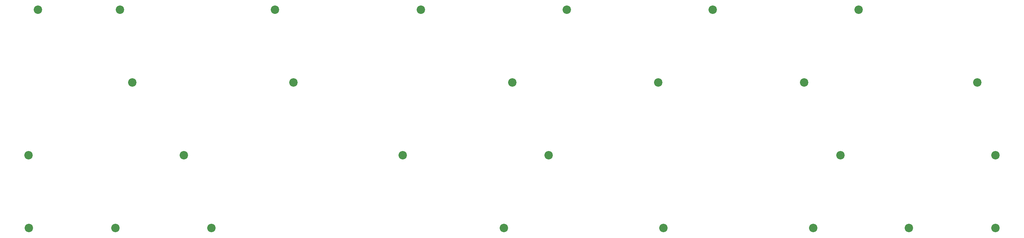
<source format=gts>
G04 #@! TF.GenerationSoftware,KiCad,Pcbnew,7.0.7-7.0.7~ubuntu23.04.1*
G04 #@! TF.CreationDate,2023-09-11T03:09:25+00:00*
G04 #@! TF.ProjectId,plate,706c6174-652e-46b6-9963-61645f706362,rev?*
G04 #@! TF.SameCoordinates,Original*
G04 #@! TF.FileFunction,Soldermask,Top*
G04 #@! TF.FilePolarity,Negative*
%FSLAX46Y46*%
G04 Gerber Fmt 4.6, Leading zero omitted, Abs format (unit mm)*
G04 Created by KiCad (PCBNEW 7.0.7-7.0.7~ubuntu23.04.1) date 2023-09-11 03:09:25*
%MOMM*%
%LPD*%
G01*
G04 APERTURE LIST*
%ADD10C,2.200000*%
G04 APERTURE END LIST*
D10*
X21745000Y-120272500D03*
X269395000Y-82172500D03*
X162238750Y-63122500D03*
X187430500Y-120272500D03*
X90801250Y-82172500D03*
X157476250Y-101222500D03*
X224151250Y-82172500D03*
X226531704Y-120272500D03*
X200338750Y-63122500D03*
X233676250Y-101222500D03*
X186051250Y-82172500D03*
X145758625Y-120272149D03*
X21670000Y-101222500D03*
X274157500Y-120272500D03*
X48745000Y-82172500D03*
X251535625Y-120272500D03*
X45557500Y-63122500D03*
X86038750Y-63122500D03*
X62226250Y-101222500D03*
X24126250Y-63122500D03*
X69370000Y-120272500D03*
X44366875Y-120272500D03*
X238438750Y-63122500D03*
X147976250Y-82172500D03*
X119376250Y-101222500D03*
X124138750Y-63122500D03*
X274157500Y-101222500D03*
M02*

</source>
